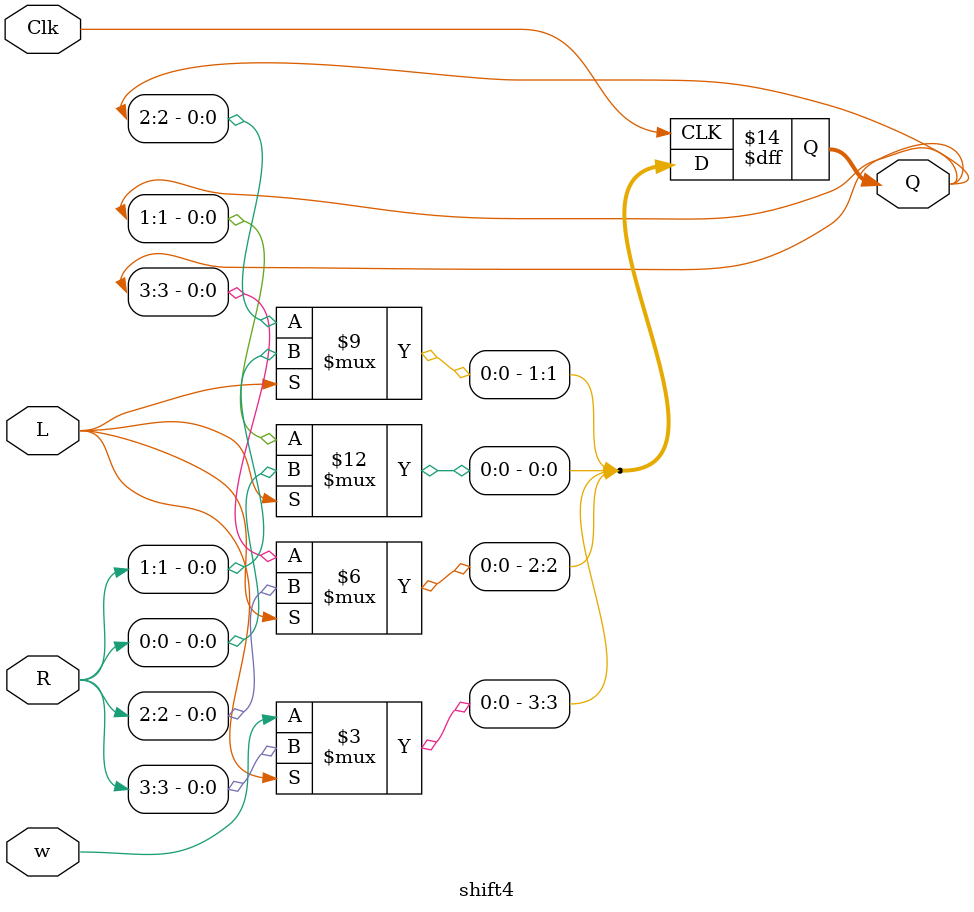
<source format=v>
module shift4 ( R, L, w, Clk, Q);
input [3:0] R;
input L, w, Clk;
output reg [3:0]Q;

always@ ( posedge Clk)
if(L)
	Q<=R;
else
	begin
		Q[0] <= Q[1];
		Q[1] <= Q[2];
		Q[2] <= Q[3];
		Q[3] <= w;
	end

endmodule
</source>
